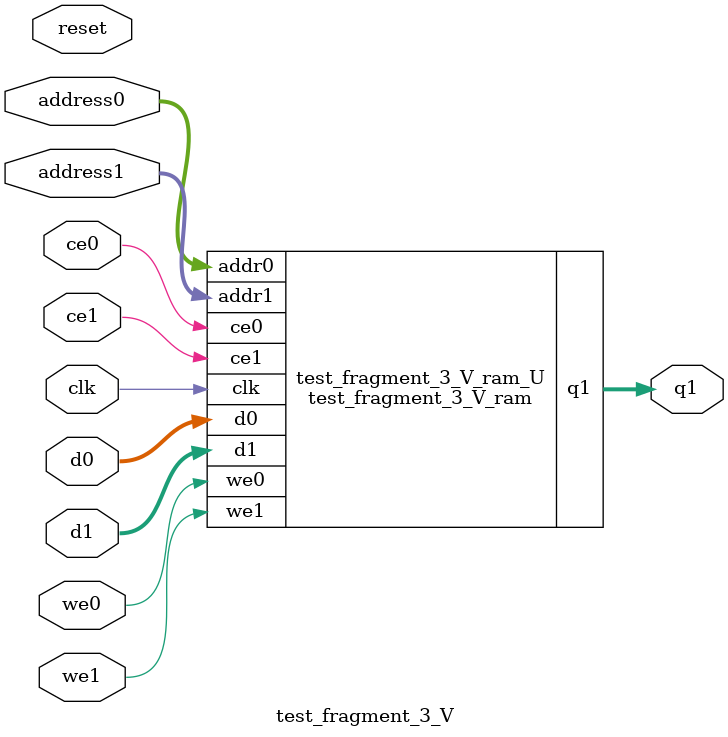
<source format=v>
`timescale 1 ns / 1 ps
module test_fragment_3_V_ram (addr0, ce0, d0, we0, addr1, ce1, d1, we1, q1,  clk);

parameter DWIDTH = 9;
parameter AWIDTH = 9;
parameter MEM_SIZE = 500;

input[AWIDTH-1:0] addr0;
input ce0;
input[DWIDTH-1:0] d0;
input we0;
input[AWIDTH-1:0] addr1;
input ce1;
input[DWIDTH-1:0] d1;
input we1;
output reg[DWIDTH-1:0] q1;
input clk;

(* ram_style = "block" *)reg [DWIDTH-1:0] ram[0:MEM_SIZE-1];




always @(posedge clk)  
begin 
    if (ce0) begin
        if (we0) 
            ram[addr0] <= d0; 
    end
end


always @(posedge clk)  
begin 
    if (ce1) begin
        if (we1) 
            ram[addr1] <= d1; 
        q1 <= ram[addr1];
    end
end


endmodule

`timescale 1 ns / 1 ps
module test_fragment_3_V(
    reset,
    clk,
    address0,
    ce0,
    we0,
    d0,
    address1,
    ce1,
    we1,
    d1,
    q1);

parameter DataWidth = 32'd9;
parameter AddressRange = 32'd500;
parameter AddressWidth = 32'd9;
input reset;
input clk;
input[AddressWidth - 1:0] address0;
input ce0;
input we0;
input[DataWidth - 1:0] d0;
input[AddressWidth - 1:0] address1;
input ce1;
input we1;
input[DataWidth - 1:0] d1;
output[DataWidth - 1:0] q1;



test_fragment_3_V_ram test_fragment_3_V_ram_U(
    .clk( clk ),
    .addr0( address0 ),
    .ce0( ce0 ),
    .we0( we0 ),
    .d0( d0 ),
    .addr1( address1 ),
    .ce1( ce1 ),
    .we1( we1 ),
    .d1( d1 ),
    .q1( q1 ));

endmodule


</source>
